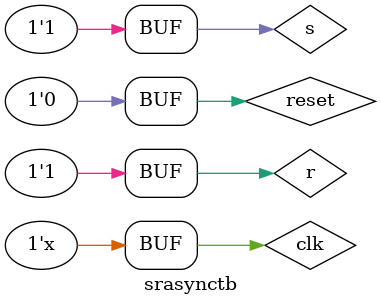
<source format=v>
`timescale 1ns / 1ps


module srasynctb;

	// Inputs
	reg clk;
	reg reset;
	reg s;
	reg r;

	// Outputs
	wire q;

	// Instantiate the Unit Under Test (UUT)
	srasync uut (
		.clk(clk), 
		.reset(reset), 
		.s(s), 
		.r(r), 
		.q(q)
	);

	initial begin
   $monitor("time=%g,clk=%b,reset=%b,s=%b,r=%b,q=%b",$time,clk,reset,s,r,q);
	end
	initial begin
		// Initialize Inputs
		clk = 0;
		reset = 1;
		// Wait 100 ns for global reset to finish
		#100;reset = 0;
		s = 0;
		r = 0;
		#50;reset=1; 
      #100;
		s = 0;
		r = 1;  
		  #100;
		  reset=0;
		s = 1;
		r = 0;  
		  #100;
		s = 1;
		r = 1;  
		// Add stimulus here

	end
      always
      #50 clk=~clk;
endmodule


</source>
